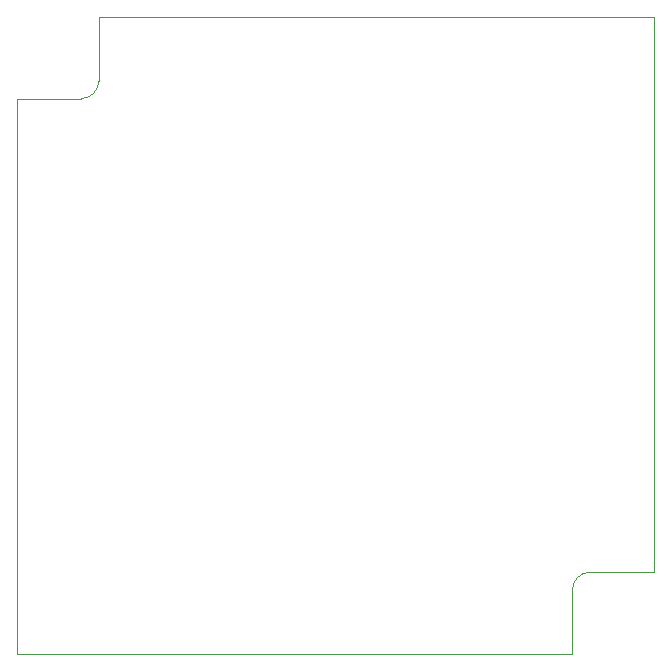
<source format=gbr>
%TF.GenerationSoftware,KiCad,Pcbnew,(5.1.9)-1*%
%TF.CreationDate,2021-03-08T10:45:14+00:00*%
%TF.ProjectId,gps_tracker_basic,6770735f-7472-4616-936b-65725f626173,1.0*%
%TF.SameCoordinates,Original*%
%TF.FileFunction,Profile,NP*%
%FSLAX46Y46*%
G04 Gerber Fmt 4.6, Leading zero omitted, Abs format (unit mm)*
G04 Created by KiCad (PCBNEW (5.1.9)-1) date 2021-03-08 10:45:14*
%MOMM*%
%LPD*%
G01*
G04 APERTURE LIST*
%TA.AperFunction,Profile*%
%ADD10C,0.120000*%
%TD*%
G04 APERTURE END LIST*
D10*
X106950000Y-75450000D02*
G75*
G02*
X105450000Y-76950000I-1500000J0D01*
G01*
X147050000Y-118550000D02*
G75*
G02*
X148550000Y-117050000I1500000J0D01*
G01*
X147050000Y-118550000D02*
X147050000Y-124000000D01*
X154000000Y-117050000D02*
X148550000Y-117050000D01*
X106950000Y-75450000D02*
X106950000Y-70000000D01*
X100000000Y-76950000D02*
X105450000Y-76950000D01*
X100000000Y-124000000D02*
X100000000Y-76950000D01*
X100000000Y-124000000D02*
X147050000Y-124000000D01*
X154000000Y-70000000D02*
X154000000Y-117050000D01*
X106950000Y-70000000D02*
X154000000Y-70000000D01*
M02*

</source>
